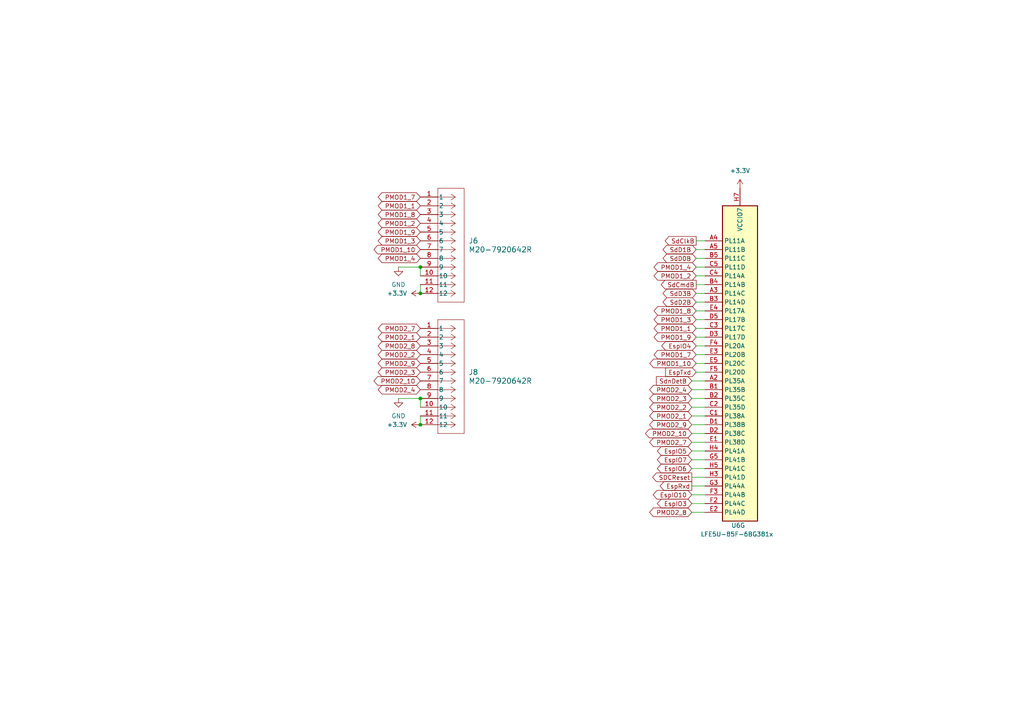
<source format=kicad_sch>
(kicad_sch (version 20230121) (generator eeschema)
  (paper "A4")
  (lib_symbols
    (symbol "FPGA_Lattice:LFE5U-85F-6BG381x"
      (property "Reference" "U" (at 24.13 16.51 0))
      (property "Value" "LFE5U-85F-6BG381x" (at 24.13 13.97 0))
      (symbol "LFE5U-85F-6BG381x_1_1"
        (rectangle (start -25.4 10.16) (end 25.4 -10.16) (stroke (width 0.3048)) (fill (type background)))
        (pin passive line (at 0 -15.24 90) (length 5.08) hide (name "GND") (number "B14"))
        (pin passive line (at 0 -15.24 90) (length 5.08) hide (name "GND") (number "B7"))
        (pin power_in line (at 0 -15.24 90) (length 5.08) (name "GND") (number "C19"))
        (pin passive line (at 0 -15.24 90) (length 5.08) hide (name "GND") (number "D4"))
        (pin passive line (at 0 -15.24 90) (length 5.08) hide (name "GND") (number "F13"))
        (pin passive line (at 0 -15.24 90) (length 5.08) hide (name "GND") (number "F14"))
        (pin passive line (at 12.7 15.24 270) (length 5.08) hide (name "VCCAUX") (number "F15"))
        (pin passive line (at 12.7 15.24 270) (length 5.08) hide (name "VCCAUX") (number "F6"))
        (pin passive line (at 0 -15.24 90) (length 5.08) hide (name "GND") (number "F7"))
        (pin passive line (at 0 -15.24 90) (length 5.08) hide (name "GND") (number "F8"))
        (pin passive line (at 0 -15.24 90) (length 5.08) hide (name "GND") (number "G10"))
        (pin passive line (at 0 -15.24 90) (length 5.08) hide (name "GND") (number "G11"))
        (pin passive line (at 0 -15.24 90) (length 5.08) hide (name "GND") (number "G12"))
        (pin passive line (at 0 -15.24 90) (length 5.08) hide (name "GND") (number "G13"))
        (pin passive line (at 0 -15.24 90) (length 5.08) hide (name "GND") (number "G14"))
        (pin passive line (at 0 -15.24 90) (length 5.08) hide (name "GND") (number "G15"))
        (pin passive line (at 0 -15.24 90) (length 5.08) hide (name "GND") (number "G17"))
        (pin passive line (at 0 -15.24 90) (length 5.08) hide (name "GND") (number "G4"))
        (pin passive line (at 0 -15.24 90) (length 5.08) hide (name "GND") (number "G6"))
        (pin passive line (at 0 -15.24 90) (length 5.08) hide (name "GND") (number "G7"))
        (pin passive line (at 0 -15.24 90) (length 5.08) hide (name "GND") (number "G8"))
        (pin passive line (at 0 -15.24 90) (length 5.08) hide (name "GND") (number "G9"))
        (pin passive line (at 0 15.24 270) (length 5.08) hide (name "VCC") (number "H10"))
        (pin passive line (at 0 15.24 270) (length 5.08) hide (name "VCC") (number "H11"))
        (pin passive line (at 0 15.24 270) (length 5.08) hide (name "VCC") (number "H12"))
        (pin power_in line (at 0 15.24 270) (length 5.08) (name "VCC") (number "H13"))
        (pin passive line (at 0 -15.24 90) (length 5.08) hide (name "GND") (number "H19"))
        (pin passive line (at 0 15.24 270) (length 5.08) hide (name "VCC") (number "H8"))
        (pin passive line (at 0 15.24 270) (length 5.08) hide (name "VCC") (number "H9"))
        (pin passive line (at 0 -15.24 90) (length 5.08) hide (name "GND") (number "J10"))
        (pin passive line (at 0 -15.24 90) (length 5.08) hide (name "GND") (number "J11"))
        (pin passive line (at 0 -15.24 90) (length 5.08) hide (name "GND") (number "J12"))
        (pin passive line (at 0 15.24 270) (length 5.08) hide (name "VCC") (number "J13"))
        (pin passive line (at 0 -15.24 90) (length 5.08) hide (name "GND") (number "J14"))
        (pin passive line (at 0 -15.24 90) (length 5.08) hide (name "GND") (number "J2"))
        (pin passive line (at 0 -15.24 90) (length 5.08) hide (name "GND") (number "J7"))
        (pin passive line (at 0 15.24 270) (length 5.08) hide (name "VCC") (number "J8"))
        (pin passive line (at 0 -15.24 90) (length 5.08) hide (name "GND") (number "J9"))
        (pin passive line (at 0 -15.24 90) (length 5.08) hide (name "GND") (number "K10"))
        (pin passive line (at 0 -15.24 90) (length 5.08) hide (name "GND") (number "K11"))
        (pin passive line (at 0 -15.24 90) (length 5.08) hide (name "GND") (number "K12"))
        (pin passive line (at 0 15.24 270) (length 5.08) hide (name "VCC") (number "K13"))
        (pin passive line (at 0 -15.24 90) (length 5.08) hide (name "GND") (number "K14"))
        (pin passive line (at 0 -15.24 90) (length 5.08) hide (name "GND") (number "K15"))
        (pin passive line (at 0 -15.24 90) (length 5.08) hide (name "GND") (number "K6"))
        (pin passive line (at 0 -15.24 90) (length 5.08) hide (name "GND") (number "K7"))
        (pin passive line (at 0 15.24 270) (length 5.08) hide (name "VCC") (number "K8"))
        (pin passive line (at 0 -15.24 90) (length 5.08) hide (name "GND") (number "K9"))
        (pin passive line (at 0 -15.24 90) (length 5.08) hide (name "GND") (number "L10"))
        (pin passive line (at 0 -15.24 90) (length 5.08) hide (name "GND") (number "L11"))
        (pin passive line (at 0 -15.24 90) (length 5.08) hide (name "GND") (number "L12"))
        (pin passive line (at 0 15.24 270) (length 5.08) hide (name "VCC") (number "L13"))
        (pin passive line (at 0 15.24 270) (length 5.08) hide (name "VCC") (number "L8"))
        (pin passive line (at 0 -15.24 90) (length 5.08) hide (name "GND") (number "L9"))
        (pin passive line (at 0 -15.24 90) (length 5.08) hide (name "GND") (number "M10"))
        (pin passive line (at 0 -15.24 90) (length 5.08) hide (name "GND") (number "M11"))
        (pin passive line (at 0 -15.24 90) (length 5.08) hide (name "GND") (number "M12"))
        (pin passive line (at 0 15.24 270) (length 5.08) hide (name "VCC") (number "M13"))
        (pin passive line (at 0 -15.24 90) (length 5.08) hide (name "GND") (number "M14"))
        (pin passive line (at 0 -15.24 90) (length 5.08) hide (name "GND") (number "M16"))
        (pin passive line (at 0 -15.24 90) (length 5.08) hide (name "GND") (number "M2"))
        (pin passive line (at 0 -15.24 90) (length 5.08) hide (name "GND") (number "M7"))
        (pin passive line (at 0 15.24 270) (length 5.08) hide (name "VCC") (number "M8"))
        (pin passive line (at 0 -15.24 90) (length 5.08) hide (name "GND") (number "M9"))
        (pin passive line (at 0 15.24 270) (length 5.08) hide (name "VCC") (number "N10"))
        (pin passive line (at 0 15.24 270) (length 5.08) hide (name "VCC") (number "N11"))
        (pin passive line (at 0 15.24 270) (length 5.08) hide (name "VCC") (number "N12"))
        (pin passive line (at 0 15.24 270) (length 5.08) hide (name "VCC") (number "N13"))
        (pin passive line (at 0 -15.24 90) (length 5.08) hide (name "GND") (number "N14"))
        (pin passive line (at 0 -15.24 90) (length 5.08) hide (name "GND") (number "N15"))
        (pin passive line (at 0 -15.24 90) (length 5.08) hide (name "GND") (number "N6"))
        (pin passive line (at 0 -15.24 90) (length 5.08) hide (name "GND") (number "N7"))
        (pin passive line (at 0 15.24 270) (length 5.08) hide (name "VCC") (number "N8"))
        (pin passive line (at 0 15.24 270) (length 5.08) hide (name "VCC") (number "N9"))
        (pin passive line (at 0 -15.24 90) (length 5.08) hide (name "GND") (number "P11"))
        (pin passive line (at 0 -15.24 90) (length 5.08) hide (name "GND") (number "P12"))
        (pin passive line (at 0 -15.24 90) (length 5.08) hide (name "GND") (number "P13"))
        (pin passive line (at 0 -15.24 90) (length 5.08) hide (name "GND") (number "P14"))
        (pin power_in line (at 12.7 15.24 270) (length 5.08) (name "VCCAUX") (number "P15"))
        (pin passive line (at 12.7 15.24 270) (length 5.08) hide (name "VCCAUX") (number "P6"))
        (pin passive line (at 0 -15.24 90) (length 5.08) hide (name "GND") (number "P7"))
        (pin passive line (at 0 -15.24 90) (length 5.08) hide (name "GND") (number "P8"))
        (pin passive line (at 0 -15.24 90) (length 5.08) hide (name "GND") (number "R19"))
        (pin passive line (at 0 -15.24 90) (length 5.08) hide (name "GND") (number "T10"))
        (pin passive line (at 0 -15.24 90) (length 5.08) hide (name "GND") (number "T11"))
        (pin passive line (at 0 -15.24 90) (length 5.08) hide (name "GND") (number "T12"))
        (pin passive line (at 0 -15.24 90) (length 5.08) hide (name "GND") (number "T13"))
        (pin passive line (at 0 -15.24 90) (length 5.08) hide (name "GND") (number "T14"))
        (pin passive line (at 0 -15.24 90) (length 5.08) hide (name "GND") (number "T15"))
        (pin passive line (at 0 -15.24 90) (length 5.08) hide (name "GND") (number "T6"))
        (pin passive line (at 0 -15.24 90) (length 5.08) hide (name "GND") (number "T7"))
        (pin passive line (at 0 -15.24 90) (length 5.08) hide (name "GND") (number "T8"))
        (pin passive line (at 0 -15.24 90) (length 5.08) hide (name "GND") (number "T9"))
        (pin passive line (at 0 -15.24 90) (length 5.08) hide (name "GND") (number "U10"))
        (pin passive line (at 0 -15.24 90) (length 5.08) hide (name "GND") (number "U11"))
        (pin passive line (at 0 -15.24 90) (length 5.08) hide (name "GND") (number "U12"))
        (pin passive line (at 0 -15.24 90) (length 5.08) hide (name "GND") (number "U13"))
        (pin passive line (at 0 -15.24 90) (length 5.08) hide (name "GND") (number "U14"))
        (pin passive line (at 0 -15.24 90) (length 5.08) hide (name "GND") (number "U15"))
        (pin passive line (at 0 -15.24 90) (length 5.08) hide (name "GND") (number "U6"))
        (pin passive line (at 0 -15.24 90) (length 5.08) hide (name "GND") (number "U7"))
        (pin passive line (at 0 -15.24 90) (length 5.08) hide (name "GND") (number "U8"))
        (pin passive line (at 0 -15.24 90) (length 5.08) hide (name "GND") (number "U9"))
        (pin passive line (at 0 -15.24 90) (length 5.08) hide (name "GND") (number "V10"))
        (pin passive line (at 0 -15.24 90) (length 5.08) hide (name "GND") (number "V11"))
        (pin passive line (at 0 -15.24 90) (length 5.08) hide (name "GND") (number "V12"))
        (pin passive line (at 0 -15.24 90) (length 5.08) hide (name "GND") (number "V13"))
        (pin passive line (at 0 -15.24 90) (length 5.08) hide (name "GND") (number "V14"))
        (pin passive line (at 0 -15.24 90) (length 5.08) hide (name "GND") (number "V15"))
        (pin passive line (at 0 -15.24 90) (length 5.08) hide (name "GND") (number "V16"))
        (pin passive line (at 0 -15.24 90) (length 5.08) hide (name "GND") (number "V17"))
        (pin passive line (at 0 -15.24 90) (length 5.08) hide (name "GND") (number "V18"))
        (pin passive line (at 0 -15.24 90) (length 5.08) hide (name "GND") (number "V19"))
        (pin passive line (at 0 -15.24 90) (length 5.08) hide (name "GND") (number "V20"))
        (pin passive line (at 0 -15.24 90) (length 5.08) hide (name "GND") (number "V5"))
        (pin passive line (at 0 -15.24 90) (length 5.08) hide (name "GND") (number "V6"))
        (pin passive line (at 0 -15.24 90) (length 5.08) hide (name "GND") (number "V7"))
        (pin passive line (at 0 -15.24 90) (length 5.08) hide (name "GND") (number "V8"))
        (pin passive line (at 0 -15.24 90) (length 5.08) hide (name "GND") (number "V9"))
        (pin passive line (at 0 -15.24 90) (length 5.08) hide (name "GND") (number "W12"))
        (pin no_connect line (at 25.4 -5.08 180) (length 5.08) hide (name "RESERVED") (number "W13"))
        (pin no_connect line (at 25.4 -2.54 180) (length 5.08) hide (name "RESERVED") (number "W14"))
        (pin passive line (at 0 -15.24 90) (length 5.08) hide (name "GND") (number "W15"))
        (pin passive line (at 0 -15.24 90) (length 5.08) hide (name "GND") (number "W16"))
        (pin no_connect line (at 25.4 0 180) (length 5.08) hide (name "RESERVED") (number "W17"))
        (pin no_connect line (at 25.4 2.54 180) (length 5.08) hide (name "RESERVED") (number "W18"))
        (pin passive line (at 0 -15.24 90) (length 5.08) hide (name "GND") (number "W19"))
        (pin passive line (at 0 -15.24 90) (length 5.08) hide (name "GND") (number "W20"))
        (pin no_connect line (at -25.4 2.54 0) (length 5.08) hide (name "RESERVED") (number "W4"))
        (pin no_connect line (at -25.4 0 0) (length 5.08) hide (name "RESERVED") (number "W5"))
        (pin passive line (at 0 -15.24 90) (length 5.08) hide (name "GND") (number "W6"))
        (pin passive line (at 0 -15.24 90) (length 5.08) hide (name "GND") (number "W7"))
        (pin no_connect line (at -25.4 -2.54 0) (length 5.08) hide (name "RESERVED") (number "W8"))
        (pin no_connect line (at -25.4 -5.08 0) (length 5.08) hide (name "RESERVED") (number "W9"))
        (pin passive line (at 0 -15.24 90) (length 5.08) hide (name "GND") (number "Y11"))
        (pin passive line (at 0 -15.24 90) (length 5.08) hide (name "GND") (number "Y12"))
        (pin passive line (at 0 -15.24 90) (length 5.08) hide (name "GND") (number "Y14"))
        (pin passive line (at 0 -15.24 90) (length 5.08) hide (name "GND") (number "Y15"))
        (pin passive line (at 0 -15.24 90) (length 5.08) hide (name "GND") (number "Y16"))
        (pin passive line (at 0 -15.24 90) (length 5.08) hide (name "GND") (number "Y17"))
        (pin passive line (at 0 -15.24 90) (length 5.08) hide (name "GND") (number "Y19"))
        (pin passive line (at 0 -15.24 90) (length 5.08) hide (name "GND") (number "Y5"))
        (pin passive line (at 0 -15.24 90) (length 5.08) hide (name "GND") (number "Y6"))
        (pin passive line (at 0 -15.24 90) (length 5.08) hide (name "GND") (number "Y7"))
        (pin passive line (at 0 -15.24 90) (length 5.08) hide (name "GND") (number "Y8"))
      )
      (symbol "LFE5U-85F-6BG381x_2_1"
        (rectangle (start -5.08 40.64) (end 5.08 -40.64) (stroke (width 0.3048)) (fill (type background)))
        (pin bidirectional line (at -10.16 -27.94 0) (length 5.08) (name "PT63A") (number "A10"))
        (pin bidirectional line (at -10.16 -30.48 0) (length 5.08) (name "PT63B") (number "A11"))
        (pin bidirectional line (at -10.16 30.48 0) (length 5.08) (name "PT4A") (number "A6"))
        (pin bidirectional line (at -10.16 0 0) (length 5.08) (name "PT18A") (number "A7"))
        (pin bidirectional line (at -10.16 -2.54 0) (length 5.08) (name "PT18B") (number "A8"))
        (pin bidirectional line (at -10.16 -22.86 0) (length 5.08) (name "PT60A") (number "A9"))
        (pin bidirectional line (at -10.16 -25.4 0) (length 5.08) (name "PT60B") (number "B10"))
        (pin bidirectional line (at -10.16 -33.02 0) (length 5.08) (name "PT65A") (number "B11"))
        (pin bidirectional line (at -10.16 27.94 0) (length 5.08) (name "PT4B") (number "B6"))
        (pin bidirectional line (at -10.16 2.54 0) (length 5.08) (name "PT15B") (number "B8"))
        (pin bidirectional line (at -10.16 -17.78 0) (length 5.08) (name "PT58A") (number "B9"))
        (pin bidirectional line (at -10.16 -20.32 0) (length 5.08) (name "PT58B") (number "C10"))
        (pin bidirectional line (at -10.16 -35.56 0) (length 5.08) (name "PT65B") (number "C11"))
        (pin bidirectional line (at -10.16 15.24 0) (length 5.08) (name "PT11A") (number "C6"))
        (pin bidirectional line (at -10.16 12.7 0) (length 5.08) (name "PT11B") (number "C7"))
        (pin bidirectional line (at -10.16 5.08 0) (length 5.08) (name "PT15A") (number "C8"))
        (pin bidirectional line (at -10.16 -10.16 0) (length 5.08) (name "PT54A") (number "C9"))
        (pin bidirectional line (at -10.16 -12.7 0) (length 5.08) (name "PT56A") (number "D10"))
        (pin bidirectional line (at -10.16 22.86 0) (length 5.08) (name "PT6B") (number "D6"))
        (pin bidirectional line (at -10.16 17.78 0) (length 5.08) (name "PT9B") (number "D7"))
        (pin bidirectional line (at -10.16 7.62 0) (length 5.08) (name "PT13B") (number "D8"))
        (pin bidirectional line (at -10.16 -5.08 0) (length 5.08) (name "PT20A") (number "D9"))
        (pin bidirectional line (at -10.16 -15.24 0) (length 5.08) (name "PT56B") (number "E10"))
        (pin bidirectional line (at -10.16 25.4 0) (length 5.08) (name "PT6A") (number "E6"))
        (pin bidirectional line (at -10.16 20.32 0) (length 5.08) (name "PT9A") (number "E7"))
        (pin bidirectional line (at -10.16 10.16 0) (length 5.08) (name "PT13A") (number "E8"))
        (pin bidirectional line (at -10.16 -7.62 0) (length 5.08) (name "PT20B") (number "E9"))
        (pin power_in line (at 0 45.72 270) (length 5.08) (name "VCCIO0") (number "F10"))
        (pin passive line (at 0 45.72 270) (length 5.08) hide (name "VCCIO0") (number "F9"))
      )
      (symbol "LFE5U-85F-6BG381x_3_1"
        (rectangle (start -5.08 48.26) (end 5.08 -48.26) (stroke (width 0.3048)) (fill (type background)))
        (pin bidirectional line (at -10.16 22.86 0) (length 5.08) (name "PT76A") (number "A12"))
        (pin bidirectional line (at -10.16 20.32 0) (length 5.08) (name "PT76B") (number "A13"))
        (pin bidirectional line (at -10.16 7.62 0) (length 5.08) (name "PT83A") (number "A14"))
        (pin bidirectional line (at -10.16 -2.54 0) (length 5.08) (name "PT103A") (number "A15"))
        (pin bidirectional line (at -10.16 -15.24 0) (length 5.08) (name "PT110A") (number "A16"))
        (pin bidirectional line (at -10.16 -30.48 0) (length 5.08) (name "PT116A") (number "A17"))
        (pin bidirectional line (at -10.16 -35.56 0) (length 5.08) (name "PT119A") (number "A18"))
        (pin bidirectional line (at -10.16 -40.64 0) (length 5.08) (name "PT121A") (number "A19"))
        (pin bidirectional line (at -10.16 33.02 0) (length 5.08) (name "PT71A") (number "B12"))
        (pin bidirectional line (at -10.16 17.78 0) (length 5.08) (name "PT78A") (number "B13"))
        (pin bidirectional line (at -10.16 -5.08 0) (length 5.08) (name "PT105A") (number "B15"))
        (pin bidirectional line (at -10.16 -17.78 0) (length 5.08) (name "PT110B") (number "B16"))
        (pin bidirectional line (at -10.16 -25.4 0) (length 5.08) (name "PT114A") (number "B17"))
        (pin bidirectional line (at -10.16 -33.02 0) (length 5.08) (name "PT116B") (number "B18"))
        (pin bidirectional line (at -10.16 -38.1 0) (length 5.08) (name "PT119B") (number "B19"))
        (pin bidirectional line (at -10.16 -43.18 0) (length 5.08) (name "PT121B") (number "B20"))
        (pin bidirectional line (at -10.16 30.48 0) (length 5.08) (name "PT71B") (number "C12"))
        (pin bidirectional line (at -10.16 15.24 0) (length 5.08) (name "PT78B") (number "C13"))
        (pin bidirectional line (at -10.16 5.08 0) (length 5.08) (name "PT83B") (number "C14"))
        (pin bidirectional line (at -10.16 -7.62 0) (length 5.08) (name "PT105B") (number "C15"))
        (pin bidirectional line (at -10.16 -20.32 0) (length 5.08) (name "PT112A") (number "C16"))
        (pin bidirectional line (at -10.16 -27.94 0) (length 5.08) (name "PT114B") (number "C17"))
        (pin bidirectional line (at -10.16 38.1 0) (length 5.08) (name "PT69A") (number "D11"))
        (pin bidirectional line (at -10.16 27.94 0) (length 5.08) (name "PT74A") (number "D12"))
        (pin bidirectional line (at -10.16 12.7 0) (length 5.08) (name "PT80A") (number "D13"))
        (pin bidirectional line (at -10.16 2.54 0) (length 5.08) (name "PT85A") (number "D14"))
        (pin bidirectional line (at -10.16 -10.16 0) (length 5.08) (name "PT107A") (number "D15"))
        (pin bidirectional line (at -10.16 -22.86 0) (length 5.08) (name "PT112B") (number "D16"))
        (pin bidirectional line (at -10.16 35.56 0) (length 5.08) (name "PT69B") (number "E11"))
        (pin bidirectional line (at -10.16 25.4 0) (length 5.08) (name "PT74B") (number "E12"))
        (pin bidirectional line (at -10.16 10.16 0) (length 5.08) (name "PT80B") (number "E13"))
        (pin bidirectional line (at -10.16 0 0) (length 5.08) (name "PT85B") (number "E14"))
        (pin bidirectional line (at -10.16 -12.7 0) (length 5.08) (name "PT107B") (number "E15"))
        (pin passive line (at 0 53.34 270) (length 5.08) hide (name "VCCIO1") (number "F11"))
        (pin power_in line (at 0 53.34 270) (length 5.08) (name "VCCIO1") (number "F12"))
      )
      (symbol "LFE5U-85F-6BG381x_4_1"
        (rectangle (start -5.08 48.26) (end 5.08 -48.26) (stroke (width 0.3048)) (fill (type background)))
        (pin bidirectional line (at -10.16 38.1 0) (length 5.08) (name "PR11A") (number "C18"))
        (pin bidirectional line (at -10.16 -7.62 0) (length 5.08) (name "PR35A") (number "C20"))
        (pin bidirectional line (at -10.16 35.56 0) (length 5.08) (name "PR11B") (number "D17"))
        (pin bidirectional line (at -10.16 27.94 0) (length 5.08) (name "PR14A") (number "D18"))
        (pin bidirectional line (at -10.16 -10.16 0) (length 5.08) (name "PR35B") (number "D19"))
        (pin bidirectional line (at -10.16 -12.7 0) (length 5.08) (name "PR35C") (number "D20"))
        (pin bidirectional line (at -10.16 33.02 0) (length 5.08) (name "PR11C") (number "E16"))
        (pin bidirectional line (at -10.16 25.4 0) (length 5.08) (name "PR14B") (number "E17"))
        (pin bidirectional line (at -10.16 22.86 0) (length 5.08) (name "PR14C") (number "E18"))
        (pin bidirectional line (at -10.16 -15.24 0) (length 5.08) (name "PR35D") (number "E19"))
        (pin bidirectional line (at -10.16 -17.78 0) (length 5.08) (name "PR38A") (number "E20"))
        (pin bidirectional line (at -10.16 30.48 0) (length 5.08) (name "PR11D") (number "F16"))
        (pin bidirectional line (at -10.16 17.78 0) (length 5.08) (name "PR17A") (number "F17"))
        (pin bidirectional line (at -10.16 20.32 0) (length 5.08) (name "PR14D") (number "F18"))
        (pin bidirectional line (at -10.16 -20.32 0) (length 5.08) (name "PR38B") (number "F19"))
        (pin bidirectional line (at -10.16 -22.86 0) (length 5.08) (name "PR38C") (number "F20"))
        (pin bidirectional line (at -10.16 12.7 0) (length 5.08) (name "PR17C") (number "G16"))
        (pin bidirectional line (at -10.16 15.24 0) (length 5.08) (name "PR17B") (number "G18"))
        (pin bidirectional line (at -10.16 -27.94 0) (length 5.08) (name "PR41A") (number "G19"))
        (pin bidirectional line (at -10.16 -25.4 0) (length 5.08) (name "PR38D") (number "G20"))
        (pin passive line (at 0 53.34 270) (length 5.08) hide (name "VCCIO2") (number "H14"))
        (pin power_in line (at 0 53.34 270) (length 5.08) (name "VCCIO2") (number "H15"))
        (pin bidirectional line (at -10.16 10.16 0) (length 5.08) (name "PR17D") (number "H16"))
        (pin bidirectional line (at -10.16 5.08 0) (length 5.08) (name "PR20B") (number "H17"))
        (pin bidirectional line (at -10.16 7.62 0) (length 5.08) (name "PR20A") (number "H18"))
        (pin bidirectional line (at -10.16 -30.48 0) (length 5.08) (name "PR41B") (number "H20"))
        (pin passive line (at 0 53.34 270) (length 5.08) hide (name "VCCIO2") (number "J15"))
        (pin bidirectional line (at -10.16 0 0) (length 5.08) (name "PR20D") (number "J16"))
        (pin bidirectional line (at -10.16 2.54 0) (length 5.08) (name "PR20C") (number "J17"))
        (pin bidirectional line (at -10.16 -33.02 0) (length 5.08) (name "PR41C") (number "J18"))
        (pin bidirectional line (at -10.16 -38.1 0) (length 5.08) (name "PR44A") (number "J19"))
        (pin bidirectional line (at -10.16 -43.18 0) (length 5.08) (name "PR44C") (number "J20"))
        (pin bidirectional line (at -10.16 -2.54 0) (length 5.08) (name "PR29A") (number "K16"))
        (pin bidirectional line (at -10.16 -5.08 0) (length 5.08) (name "PR29B") (number "K17"))
        (pin bidirectional line (at -10.16 -35.56 0) (length 5.08) (name "PR41D") (number "K18"))
        (pin bidirectional line (at -10.16 -40.64 0) (length 5.08) (name "PR44B") (number "K19"))
        (pin bidirectional line (at -10.16 -45.72 0) (length 5.08) (name "PR44D") (number "K20"))
      )
      (symbol "LFE5U-85F-6BG381x_5_1"
        (rectangle (start -5.08 48.26) (end 5.08 -48.26) (stroke (width 0.3048)) (fill (type background)))
        (pin passive line (at 0 53.34 270) (length 5.08) hide (name "VCCIO3") (number "L14"))
        (pin power_in line (at 0 53.34 270) (length 5.08) (name "VCCIO3") (number "L15"))
        (pin bidirectional line (at -10.16 27.94 0) (length 5.08) (name "PR50A") (number "L16"))
        (pin bidirectional line (at -10.16 25.4 0) (length 5.08) (name "PR50B") (number "L17"))
        (pin bidirectional line (at -10.16 22.86 0) (length 5.08) (name "PR50C") (number "L18"))
        (pin bidirectional line (at -10.16 33.02 0) (length 5.08) (name "PR47C") (number "L19"))
        (pin bidirectional line (at -10.16 38.1 0) (length 5.08) (name "PR47A") (number "L20"))
        (pin passive line (at 0 53.34 270) (length 5.08) hide (name "VCCIO3") (number "M15"))
        (pin bidirectional line (at -10.16 15.24 0) (length 5.08) (name "PR53B") (number "M17"))
        (pin bidirectional line (at -10.16 20.32 0) (length 5.08) (name "PR50D") (number "M18"))
        (pin bidirectional line (at -10.16 30.48 0) (length 5.08) (name "PR47D") (number "M19"))
        (pin bidirectional line (at -10.16 35.56 0) (length 5.08) (name "PR47B") (number "M20"))
        (pin bidirectional line (at -10.16 17.78 0) (length 5.08) (name "PR53A") (number "N16"))
        (pin bidirectional line (at -10.16 7.62 0) (length 5.08) (name "PR56A") (number "N17"))
        (pin bidirectional line (at -10.16 12.7 0) (length 5.08) (name "PR53C") (number "N18"))
        (pin bidirectional line (at -10.16 -5.08 0) (length 5.08) (name "PR83A") (number "N19"))
        (pin bidirectional line (at -10.16 -7.62 0) (length 5.08) (name "PR83B") (number "N20"))
        (pin bidirectional line (at -10.16 5.08 0) (length 5.08) (name "PR56B") (number "P16"))
        (pin bidirectional line (at -10.16 10.16 0) (length 5.08) (name "PR53D") (number "P17"))
        (pin bidirectional line (at -10.16 -12.7 0) (length 5.08) (name "PR83D") (number "P18"))
        (pin bidirectional line (at -10.16 -10.16 0) (length 5.08) (name "PR83C") (number "P19"))
        (pin bidirectional line (at -10.16 -15.24 0) (length 5.08) (name "PR86A") (number "P20"))
        (pin bidirectional line (at -10.16 2.54 0) (length 5.08) (name "PR56C") (number "R16"))
        (pin bidirectional line (at -10.16 0 0) (length 5.08) (name "PR56D") (number "R17"))
        (pin bidirectional line (at -10.16 -27.94 0) (length 5.08) (name "PR89B") (number "R18"))
        (pin bidirectional line (at -10.16 -17.78 0) (length 5.08) (name "PR86B") (number "R20"))
        (pin bidirectional line (at -10.16 -2.54 0) (length 5.08) (name "PR77A") (number "T16"))
        (pin bidirectional line (at -10.16 -43.18 0) (length 5.08) (name "PR92D") (number "T17"))
        (pin bidirectional line (at -10.16 -33.02 0) (length 5.08) (name "PR89D") (number "T18"))
        (pin bidirectional line (at -10.16 -25.4 0) (length 5.08) (name "PR89A") (number "T19"))
        (pin bidirectional line (at -10.16 -20.32 0) (length 5.08) (name "PR86C") (number "T20"))
        (pin bidirectional line (at -10.16 -40.64 0) (length 5.08) (name "PR92C") (number "U16"))
        (pin bidirectional line (at -10.16 -38.1 0) (length 5.08) (name "PR92B") (number "U17"))
        (pin bidirectional line (at -10.16 -35.56 0) (length 5.08) (name "PR92A") (number "U18"))
        (pin bidirectional line (at -10.16 -30.48 0) (length 5.08) (name "PR89C") (number "U19"))
        (pin bidirectional line (at -10.16 -22.86 0) (length 5.08) (name "PR86D") (number "U20"))
      )
      (symbol "LFE5U-85F-6BG381x_6_1"
        (rectangle (start -5.08 48.26) (end 5.08 -48.26) (stroke (width 0.3048)) (fill (type background)))
        (pin bidirectional line (at -10.16 35.56 0) (length 5.08) (name "PL47B") (number "F1"))
        (pin bidirectional line (at -10.16 30.48 0) (length 5.08) (name "PL47D") (number "G1"))
        (pin bidirectional line (at -10.16 38.1 0) (length 5.08) (name "PL47A") (number "G2"))
        (pin bidirectional line (at -10.16 12.7 0) (length 5.08) (name "PL53C") (number "H1"))
        (pin bidirectional line (at -10.16 33.02 0) (length 5.08) (name "PL47C") (number "H2"))
        (pin bidirectional line (at -10.16 15.24 0) (length 5.08) (name "PL53B") (number "J1"))
        (pin bidirectional line (at -10.16 22.86 0) (length 5.08) (name "PL50C") (number "J3"))
        (pin bidirectional line (at -10.16 27.94 0) (length 5.08) (name "PL50A") (number "J4"))
        (pin bidirectional line (at -10.16 25.4 0) (length 5.08) (name "PL50B") (number "J5"))
        (pin bidirectional line (at -10.16 10.16 0) (length 5.08) (name "PL53D") (number "K1"))
        (pin bidirectional line (at -10.16 17.78 0) (length 5.08) (name "PL53A") (number "K2"))
        (pin bidirectional line (at -10.16 20.32 0) (length 5.08) (name "PL50D") (number "K3"))
        (pin bidirectional line (at -10.16 7.62 0) (length 5.08) (name "PL56A") (number "K4"))
        (pin bidirectional line (at -10.16 5.08 0) (length 5.08) (name "PL56B") (number "K5"))
        (pin bidirectional line (at -10.16 -30.48 0) (length 5.08) (name "PL89C") (number "L1"))
        (pin bidirectional line (at -10.16 -22.86 0) (length 5.08) (name "PL86D") (number "L2"))
        (pin bidirectional line (at -10.16 -20.32 0) (length 5.08) (name "PL86C") (number "L3"))
        (pin bidirectional line (at -10.16 2.54 0) (length 5.08) (name "PL56C") (number "L4"))
        (pin bidirectional line (at -10.16 0 0) (length 5.08) (name "PL56D") (number "L5"))
        (pin passive line (at 0 53.34 270) (length 5.08) hide (name "VCCIO6") (number "L6"))
        (pin power_in line (at 0 53.34 270) (length 5.08) (name "VCCIO6") (number "L7"))
        (pin bidirectional line (at -10.16 -27.94 0) (length 5.08) (name "PL89B") (number "M1"))
        (pin bidirectional line (at -10.16 -17.78 0) (length 5.08) (name "PL86B") (number "M3"))
        (pin bidirectional line (at -10.16 -5.08 0) (length 5.08) (name "PL83A") (number "M4"))
        (pin bidirectional line (at -10.16 -2.54 0) (length 5.08) (name "PL77A") (number "M5"))
        (pin passive line (at 0 53.34 270) (length 5.08) hide (name "VCCIO6") (number "M6"))
        (pin bidirectional line (at -10.16 -33.02 0) (length 5.08) (name "PL89D") (number "N1"))
        (pin bidirectional line (at -10.16 -25.4 0) (length 5.08) (name "PL89A") (number "N2"))
        (pin bidirectional line (at -10.16 -15.24 0) (length 5.08) (name "PL86A") (number "N3"))
        (pin bidirectional line (at -10.16 -10.16 0) (length 5.08) (name "PL83C") (number "N4"))
        (pin bidirectional line (at -10.16 -7.62 0) (length 5.08) (name "PL83B") (number "N5"))
        (pin bidirectional line (at -10.16 -35.56 0) (length 5.08) (name "PL92A") (number "P1"))
        (pin bidirectional line (at -10.16 -38.1 0) (length 5.08) (name "PL92B") (number "P2"))
        (pin bidirectional line (at -10.16 -40.64 0) (length 5.08) (name "PL92C") (number "P3"))
        (pin bidirectional line (at -10.16 -43.18 0) (length 5.08) (name "PL92D") (number "P4"))
        (pin bidirectional line (at -10.16 -12.7 0) (length 5.08) (name "PL83D") (number "P5"))
      )
      (symbol "LFE5U-85F-6BG381x_7_1"
        (rectangle (start -5.08 45.72) (end 5.08 -45.72) (stroke (width 0.3048)) (fill (type background)))
        (pin bidirectional line (at -10.16 -5.08 0) (length 5.08) (name "PL35A") (number "A2"))
        (pin bidirectional line (at -10.16 20.32 0) (length 5.08) (name "PL14C") (number "A3"))
        (pin bidirectional line (at -10.16 35.56 0) (length 5.08) (name "PL11A") (number "A4"))
        (pin bidirectional line (at -10.16 33.02 0) (length 5.08) (name "PL11B") (number "A5"))
        (pin bidirectional line (at -10.16 -7.62 0) (length 5.08) (name "PL35B") (number "B1"))
        (pin bidirectional line (at -10.16 -10.16 0) (length 5.08) (name "PL35C") (number "B2"))
        (pin bidirectional line (at -10.16 17.78 0) (length 5.08) (name "PL14D") (number "B3"))
        (pin bidirectional line (at -10.16 22.86 0) (length 5.08) (name "PL14B") (number "B4"))
        (pin bidirectional line (at -10.16 30.48 0) (length 5.08) (name "PL11C") (number "B5"))
        (pin bidirectional line (at -10.16 -15.24 0) (length 5.08) (name "PL38A") (number "C1"))
        (pin bidirectional line (at -10.16 -12.7 0) (length 5.08) (name "PL35D") (number "C2"))
        (pin bidirectional line (at -10.16 10.16 0) (length 5.08) (name "PL17C") (number "C3"))
        (pin bidirectional line (at -10.16 25.4 0) (length 5.08) (name "PL14A") (number "C4"))
        (pin bidirectional line (at -10.16 27.94 0) (length 5.08) (name "PL11D") (number "C5"))
        (pin bidirectional line (at -10.16 -17.78 0) (length 5.08) (name "PL38B") (number "D1"))
        (pin bidirectional line (at -10.16 -20.32 0) (length 5.08) (name "PL38C") (number "D2"))
        (pin bidirectional line (at -10.16 7.62 0) (length 5.08) (name "PL17D") (number "D3"))
        (pin bidirectional line (at -10.16 12.7 0) (length 5.08) (name "PL17B") (number "D5"))
        (pin bidirectional line (at -10.16 -22.86 0) (length 5.08) (name "PL38D") (number "E1"))
        (pin bidirectional line (at -10.16 -43.18 0) (length 5.08) (name "PL44D") (number "E2"))
        (pin bidirectional line (at -10.16 2.54 0) (length 5.08) (name "PL20B") (number "E3"))
        (pin bidirectional line (at -10.16 15.24 0) (length 5.08) (name "PL17A") (number "E4"))
        (pin bidirectional line (at -10.16 0 0) (length 5.08) (name "PL20C") (number "E5"))
        (pin bidirectional line (at -10.16 -40.64 0) (length 5.08) (name "PL44C") (number "F2"))
        (pin bidirectional line (at -10.16 -38.1 0) (length 5.08) (name "PL44B") (number "F3"))
        (pin bidirectional line (at -10.16 5.08 0) (length 5.08) (name "PL20A") (number "F4"))
        (pin bidirectional line (at -10.16 -2.54 0) (length 5.08) (name "PL20D") (number "F5"))
        (pin bidirectional line (at -10.16 -35.56 0) (length 5.08) (name "PL44A") (number "G3"))
        (pin bidirectional line (at -10.16 -27.94 0) (length 5.08) (name "PL41B") (number "G5"))
        (pin bidirectional line (at -10.16 -33.02 0) (length 5.08) (name "PL41D") (number "H3"))
        (pin bidirectional line (at -10.16 -25.4 0) (length 5.08) (name "PL41A") (number "H4"))
        (pin bidirectional line (at -10.16 -30.48 0) (length 5.08) (name "PL41C") (number "H5"))
        (pin passive line (at 0 50.8 270) (length 5.08) hide (name "VCCIO7") (number "H6"))
        (pin power_in line (at 0 50.8 270) (length 5.08) (name "VCCIO7") (number "H7"))
        (pin passive line (at 0 50.8 270) (length 5.08) hide (name "VCCIO7") (number "J6"))
      )
      (symbol "LFE5U-85F-6BG381x_8_1"
        (rectangle (start -5.08 22.86) (end 5.08 -22.86) (stroke (width 0.3048)) (fill (type background)))
        (pin power_in line (at 0 27.94 270) (length 5.08) (name "VCCIO8") (number "P10"))
        (pin passive line (at 0 27.94 270) (length 5.08) hide (name "VCCIO8") (number "P9"))
        (pin bidirectional line (at -10.16 12.7 0) (length 5.08) (name "PB4A") (number "R1"))
        (pin bidirectional line (at -10.16 -12.7 0) (length 5.08) (name "PB15A") (number "R2"))
        (pin bidirectional line (at -10.16 -15.24 0) (length 5.08) (name "PB15B") (number "R3"))
        (pin bidirectional line (at -10.16 10.16 0) (length 5.08) (name "PB4B") (number "T1"))
        (pin bidirectional line (at -10.16 -7.62 0) (length 5.08) (name "PB13A") (number "T2"))
        (pin bidirectional line (at -10.16 -17.78 0) (length 5.08) (name "PB18A") (number "T3"))
        (pin bidirectional line (at -10.16 7.62 0) (length 5.08) (name "PB6A") (number "U1"))
        (pin bidirectional line (at -10.16 -10.16 0) (length 5.08) (name "PB13B") (number "U2"))
        (pin bidirectional line (at -10.16 5.08 0) (length 5.08) (name "PB6B") (number "V1"))
        (pin bidirectional line (at -10.16 -2.54 0) (length 5.08) (name "PB11A") (number "V2"))
        (pin bidirectional line (at -10.16 2.54 0) (length 5.08) (name "PB9A") (number "W1"))
        (pin bidirectional line (at -10.16 -5.08 0) (length 5.08) (name "PB11B") (number "W2"))
        (pin bidirectional line (at -10.16 0 0) (length 5.08) (name "PB9B") (number "Y2"))
      )
      (symbol "LFE5U-85F-6BG381x_9_1"
        (rectangle (start -10.16 12.7) (end 10.16 -12.7) (stroke (width 0.3048)) (fill (type background)))
        (pin input line (at -15.24 -10.16 0) (length 5.08) (name "CFG_2") (number "R4"))
        (pin input line (at 15.24 5.08 180) (length 5.08) (name "TDI") (number "R5"))
        (pin input line (at -15.24 -7.62 0) (length 5.08) (name "CFG_1") (number "T4"))
        (pin input line (at 15.24 7.62 180) (length 5.08) (name "TCK") (number "T5"))
        (pin bidirectional line (at -15.24 10.16 0) (length 5.08) (name "CCLK") (number "U3"))
        (pin input line (at -15.24 -5.08 0) (length 5.08) (name "CFG_0") (number "U4"))
        (pin input line (at 15.24 2.54 180) (length 5.08) (name "TMS") (number "U5"))
        (pin open_collector line (at -15.24 2.54 0) (length 5.08) (name "~{INIT}") (number "V3"))
        (pin output line (at 15.24 10.16 180) (length 5.08) (name "TDO") (number "V4"))
        (pin no_connect line (at 10.16 -2.54 180) (length 5.08) hide (name "RESERVED") (number "W10"))
        (pin no_connect line (at 10.16 -5.08 180) (length 5.08) hide (name "RESERVED") (number "W11"))
        (pin input line (at -15.24 5.08 0) (length 5.08) (name "~{PROGRAM}") (number "W3"))
        (pin open_collector line (at -15.24 0 0) (length 5.08) (name "DONE") (number "Y3"))
      )
    )
    (symbol "gecko5education:M20-7920642R" (pin_names (offset 0.254))
      (property "Reference" "J" (at 8.89 6.35 0))
      (property "Value" "M20-7920642R" (at 0 0 0))
      (symbol "M20-7920642R_1_1"
        (polyline (pts (xy 5.08 -30.48) (xy 12.7 -30.48)) (stroke (width 0.127)))
        (polyline (pts (xy 5.08 2.54) (xy 5.08 -30.48)) (stroke (width 0.127)))
        (polyline (pts (xy 10.16 -27.94) (xy 5.08 -27.94)) (stroke (width 0.127)))
        (polyline (pts (xy 10.16 -27.94) (xy 8.89 -28.7867)) (stroke (width 0.127)))
        (polyline (pts (xy 10.16 -27.94) (xy 8.89 -27.0933)) (stroke (width 0.127)))
        (polyline (pts (xy 10.16 -25.4) (xy 5.08 -25.4)) (stroke (width 0.127)))
        (polyline (pts (xy 10.16 -25.4) (xy 8.89 -26.2467)) (stroke (width 0.127)))
        (polyline (pts (xy 10.16 -25.4) (xy 8.89 -24.5533)) (stroke (width 0.127)))
        (polyline (pts (xy 10.16 -22.86) (xy 5.08 -22.86)) (stroke (width 0.127)))
        (polyline (pts (xy 10.16 -22.86) (xy 8.89 -23.7067)) (stroke (width 0.127)))
        (polyline (pts (xy 10.16 -22.86) (xy 8.89 -22.0133)) (stroke (width 0.127)))
        (polyline (pts (xy 10.16 -20.32) (xy 5.08 -20.32)) (stroke (width 0.127)))
        (polyline (pts (xy 10.16 -20.32) (xy 8.89 -21.1667)) (stroke (width 0.127)))
        (polyline (pts (xy 10.16 -20.32) (xy 8.89 -19.4733)) (stroke (width 0.127)))
        (polyline (pts (xy 10.16 -17.78) (xy 5.08 -17.78)) (stroke (width 0.127)))
        (polyline (pts (xy 10.16 -17.78) (xy 8.89 -18.6267)) (stroke (width 0.127)))
        (polyline (pts (xy 10.16 -17.78) (xy 8.89 -16.9333)) (stroke (width 0.127)))
        (polyline (pts (xy 10.16 -15.24) (xy 5.08 -15.24)) (stroke (width 0.127)))
        (polyline (pts (xy 10.16 -15.24) (xy 8.89 -16.0867)) (stroke (width 0.127)))
        (polyline (pts (xy 10.16 -15.24) (xy 8.89 -14.3933)) (stroke (width 0.127)))
        (polyline (pts (xy 10.16 -12.7) (xy 5.08 -12.7)) (stroke (width 0.127)))
        (polyline (pts (xy 10.16 -12.7) (xy 8.89 -13.5467)) (stroke (width 0.127)))
        (polyline (pts (xy 10.16 -12.7) (xy 8.89 -11.8533)) (stroke (width 0.127)))
        (polyline (pts (xy 10.16 -10.16) (xy 5.08 -10.16)) (stroke (width 0.127)))
        (polyline (pts (xy 10.16 -10.16) (xy 8.89 -11.0067)) (stroke (width 0.127)))
        (polyline (pts (xy 10.16 -10.16) (xy 8.89 -9.3133)) (stroke (width 0.127)))
        (polyline (pts (xy 10.16 -7.62) (xy 5.08 -7.62)) (stroke (width 0.127)))
        (polyline (pts (xy 10.16 -7.62) (xy 8.89 -8.4667)) (stroke (width 0.127)))
        (polyline (pts (xy 10.16 -7.62) (xy 8.89 -6.7733)) (stroke (width 0.127)))
        (polyline (pts (xy 10.16 -5.08) (xy 5.08 -5.08)) (stroke (width 0.127)))
        (polyline (pts (xy 10.16 -5.08) (xy 8.89 -5.9267)) (stroke (width 0.127)))
        (polyline (pts (xy 10.16 -5.08) (xy 8.89 -4.2333)) (stroke (width 0.127)))
        (polyline (pts (xy 10.16 -2.54) (xy 5.08 -2.54)) (stroke (width 0.127)))
        (polyline (pts (xy 10.16 -2.54) (xy 8.89 -3.3867)) (stroke (width 0.127)))
        (polyline (pts (xy 10.16 -2.54) (xy 8.89 -1.6933)) (stroke (width 0.127)))
        (polyline (pts (xy 10.16 0) (xy 5.08 0)) (stroke (width 0.127)))
        (polyline (pts (xy 10.16 0) (xy 8.89 -0.8467)) (stroke (width 0.127)))
        (polyline (pts (xy 10.16 0) (xy 8.89 0.8467)) (stroke (width 0.127)))
        (polyline (pts (xy 12.7 -30.48) (xy 12.7 2.54)) (stroke (width 0.127)))
        (polyline (pts (xy 12.7 2.54) (xy 5.08 2.54)) (stroke (width 0.127)))
        (pin unspecified line (at 0 0 0) (length 5.08) (name "1") (number "1"))
        (pin unspecified line (at 0 -22.86 0) (length 5.08) (name "10") (number "10"))
        (pin unspecified line (at 0 -25.4 0) (length 5.08) (name "11") (number "11"))
        (pin unspecified line (at 0 -27.94 0) (length 5.08) (name "12") (number "12"))
        (pin unspecified line (at 0 -2.54 0) (length 5.08) (name "2") (number "2"))
        (pin unspecified line (at 0 -5.08 0) (length 5.08) (name "3") (number "3"))
        (pin unspecified line (at 0 -7.62 0) (length 5.08) (name "4") (number "4"))
        (pin unspecified line (at 0 -10.16 0) (length 5.08) (name "5") (number "5"))
        (pin unspecified line (at 0 -12.7 0) (length 5.08) (name "6") (number "6"))
        (pin unspecified line (at 0 -15.24 0) (length 5.08) (name "7") (number "7"))
        (pin unspecified line (at 0 -17.78 0) (length 5.08) (name "8") (number "8"))
        (pin unspecified line (at 0 -20.32 0) (length 5.08) (name "9") (number "9"))
      )
      (symbol "M20-7920642R_1_2"
        (polyline (pts (xy 5.08 -30.48) (xy 12.7 -30.48)) (stroke (width 0.127)))
        (polyline (pts (xy 5.08 2.54) (xy 5.08 -30.48)) (stroke (width 0.127)))
        (polyline (pts (xy 7.62 -27.94) (xy 5.08 -27.94)) (stroke (width 0.127)))
        (polyline (pts (xy 7.62 -27.94) (xy 8.89 -28.7867)) (stroke (width 0.127)))
        (polyline (pts (xy 7.62 -27.94) (xy 8.89 -27.0933)) (stroke (width 0.127)))
        (polyline (pts (xy 7.62 -25.4) (xy 5.08 -25.4)) (stroke (width 0.127)))
        (polyline (pts (xy 7.62 -25.4) (xy 8.89 -26.2467)) (stroke (width 0.127)))
        (polyline (pts (xy 7.62 -25.4) (xy 8.89 -24.5533)) (stroke (width 0.127)))
        (polyline (pts (xy 7.62 -22.86) (xy 5.08 -22.86)) (stroke (width 0.127)))
        (polyline (pts (xy 7.62 -22.86) (xy 8.89 -23.7067)) (stroke (width 0.127)))
        (polyline (pts (xy 7.62 -22.86) (xy 8.89 -22.0133)) (stroke (width 0.127)))
        (polyline (pts (xy 7.62 -20.32) (xy 5.08 -20.32)) (stroke (width 0.127)))
        (polyline (pts (xy 7.62 -20.32) (xy 8.89 -21.1667)) (stroke (width 0.127)))
        (polyline (pts (xy 7.62 -20.32) (xy 8.89 -19.4733)) (stroke (width 0.127)))
        (polyline (pts (xy 7.62 -17.78) (xy 5.08 -17.78)) (stroke (width 0.127)))
        (polyline (pts (xy 7.62 -17.78) (xy 8.89 -18.6267)) (stroke (width 0.127)))
        (polyline (pts (xy 7.62 -17.78) (xy 8.89 -16.9333)) (stroke (width 0.127)))
        (polyline (pts (xy 7.62 -15.24) (xy 5.08 -15.24)) (stroke (width 0.127)))
        (polyline (pts (xy 7.62 -15.24) (xy 8.89 -16.0867)) (stroke (width 0.127)))
        (polyline (pts (xy 7.62 -15.24) (xy 8.89 -14.3933)) (stroke (width 0.127)))
        (polyline (pts (xy 7.62 -12.7) (xy 5.08 -12.7)) (stroke (width 0.127)))
        (polyline (pts (xy 7.62 -12.7) (xy 8.89 -13.5467)) (stroke (width 0.127)))
        (polyline (pts (xy 7.62 -12.7) (xy 8.89 -11.8533)) (stroke (width 0.127)))
        (polyline (pts (xy 7.62 -10.16) (xy 5.08 -10.16)) (stroke (width 0.127)))
        (polyline (pts (xy 7.62 -10.16) (xy 8.89 -11.0067)) (stroke (width 0.127)))
        (polyline (pts (xy 7.62 -10.16) (xy 8.89 -9.3133)) (stroke (width 0.127)))
        (polyline (pts (xy 7.62 -7.62) (xy 5.08 -7.62)) (stroke (width 0.127)))
        (polyline (pts (xy 7.62 -7.62) (xy 8.89 -8.4667)) (stroke (width 0.127)))
        (polyline (pts (xy 7.62 -7.62) (xy 8.89 -6.7733)) (stroke (width 0.127)))
        (polyline (pts (xy 7.62 -5.08) (xy 5.08 -5.08)) (stroke (width 0.127)))
        (polyline (pts (xy 7.62 -5.08) (xy 8.89 -5.9267)) (stroke (width 0.127)))
        (polyline (pts (xy 7.62 -5.08) (xy 8.89 -4.2333)) (stroke (width 0.127)))
        (polyline (pts (xy 7.62 -2.54) (xy 5.08 -2.54)) (stroke (width 0.127)))
        (polyline (pts (xy 7.62 -2.54) (xy 8.89 -3.3867)) (stroke (width 0.127)))
        (polyline (pts (xy 7.62 -2.54) (xy 8.89 -1.6933)) (stroke (width 0.127)))
        (polyline (pts (xy 7.62 0) (xy 5.08 0)) (stroke (width 0.127)))
        (polyline (pts (xy 7.62 0) (xy 8.89 -0.8467)) (stroke (width 0.127)))
        (polyline (pts (xy 7.62 0) (xy 8.89 0.8467)) (stroke (width 0.127)))
        (polyline (pts (xy 12.7 -30.48) (xy 12.7 2.54)) (stroke (width 0.127)))
        (polyline (pts (xy 12.7 2.54) (xy 5.08 2.54)) (stroke (width 0.127)))
        (pin unspecified line (at 0 0 0) (length 5.08) (name "1") (number "1"))
        (pin unspecified line (at 0 -22.86 0) (length 5.08) (name "10") (number "10"))
        (pin unspecified line (at 0 -25.4 0) (length 5.08) (name "11") (number "11"))
        (pin unspecified line (at 0 -27.94 0) (length 5.08) (name "12") (number "12"))
        (pin unspecified line (at 0 -2.54 0) (length 5.08) (name "2") (number "2"))
        (pin unspecified line (at 0 -5.08 0) (length 5.08) (name "3") (number "3"))
        (pin unspecified line (at 0 -7.62 0) (length 5.08) (name "4") (number "4"))
        (pin unspecified line (at 0 -10.16 0) (length 5.08) (name "5") (number "5"))
        (pin unspecified line (at 0 -12.7 0) (length 5.08) (name "6") (number "6"))
        (pin unspecified line (at 0 -15.24 0) (length 5.08) (name "7") (number "7"))
        (pin unspecified line (at 0 -17.78 0) (length 5.08) (name "8") (number "8"))
        (pin unspecified line (at 0 -20.32 0) (length 5.08) (name "9") (number "9"))
      )
    )
    (symbol "power:+3.3V" (power) (pin_names (offset 0))
      (property "Value" "+3.3V" (at 0 3.556 0))
      (symbol "+3.3V_0_1"
        (polyline (pts (xy -0.762 1.27) (xy 0 2.54)))
        (polyline (pts (xy 0 0) (xy 0 2.54)))
        (polyline (pts (xy 0 2.54) (xy 0.762 1.27)))
      )
      (symbol "+3.3V_1_1"
        (pin power_in line (at 0 0 90) (length 0) hide (name "+3.3V") (number "1"))
      )
    )
    (symbol "power:GND" (power) (pin_names (offset 0))
      (property "Value" "GND" (at 0 -3.81 0))
      (symbol "GND_0_1"
        (polyline (pts (xy 0 0) (xy 0 -1.27) (xy 1.27 -1.27) (xy 0 -2.54) (xy -1.27 -1.27) (xy 0 -1.27)))
      )
      (symbol "GND_1_1"
        (pin power_in line (at 0 0 270) (length 0) hide (name "GND") (number "1"))
      )
    )
  )
  (junction (at 121.92 85.09))
  (junction (at 121.92 123.19))
  (junction (at 121.92 115.57))
  (junction (at 121.92 77.47))
  (wire (pts (xy 121.92 77.47) (xy 121.92 80.01)))
  (wire (pts (xy 200.66 133.35) (xy 204.47 133.35)))
  (wire (pts (xy 201.93 92.71) (xy 204.47 92.71)))
  (wire (pts (xy 201.93 100.33) (xy 204.47 100.33)))
  (wire (pts (xy 121.92 120.65) (xy 121.92 123.19)))
  (wire (pts (xy 201.93 74.93) (xy 204.47 74.93)))
  (wire (pts (xy 200.66 148.59) (xy 204.47 148.59)))
  (wire (pts (xy 201.93 95.25) (xy 204.47 95.25)))
  (wire (pts (xy 115.57 115.57) (xy 121.92 115.57)))
  (wire (pts (xy 200.66 113.03) (xy 204.47 113.03)))
  (wire (pts (xy 200.66 110.49) (xy 204.47 110.49)))
  (wire (pts (xy 201.93 107.95) (xy 204.47 107.95)))
  (wire (pts (xy 201.93 90.17) (xy 204.47 90.17)))
  (wire (pts (xy 201.93 69.85) (xy 204.47 69.85)))
  (wire (pts (xy 200.66 138.43) (xy 204.47 138.43)))
  (wire (pts (xy 200.66 135.89) (xy 204.47 135.89)))
  (wire (pts (xy 201.93 77.47) (xy 204.47 77.47)))
  (wire (pts (xy 121.92 115.57) (xy 121.92 118.11)))
  (wire (pts (xy 200.66 146.05) (xy 204.47 146.05)))
  (wire (pts (xy 201.93 85.09) (xy 204.47 85.09)))
  (wire (pts (xy 200.66 128.27) (xy 204.47 128.27)))
  (wire (pts (xy 201.93 97.79) (xy 204.47 97.79)))
  (wire (pts (xy 121.92 82.55) (xy 121.92 85.09)))
  (wire (pts (xy 200.66 120.65) (xy 204.47 120.65)))
  (wire (pts (xy 200.66 115.57) (xy 204.47 115.57)))
  (wire (pts (xy 201.93 87.63) (xy 204.47 87.63)))
  (wire (pts (xy 200.66 140.97) (xy 204.47 140.97)))
  (wire (pts (xy 201.93 72.39) (xy 204.47 72.39)))
  (wire (pts (xy 115.57 77.47) (xy 121.92 77.47)))
  (wire (pts (xy 204.47 143.51) (xy 200.66 143.51)))
  (wire (pts (xy 201.93 82.55) (xy 204.47 82.55)))
  (wire (pts (xy 201.93 80.01) (xy 204.47 80.01)))
  (wire (pts (xy 200.66 125.73) (xy 204.47 125.73)))
  (wire (pts (xy 201.93 105.41) (xy 204.47 105.41)))
  (wire (pts (xy 200.66 118.11) (xy 204.47 118.11)))
  (wire (pts (xy 200.66 130.81) (xy 204.47 130.81)))
  (wire (pts (xy 201.93 102.87) (xy 204.47 102.87)))
  (wire (pts (xy 200.66 123.19) (xy 204.47 123.19)))
  (global_label "PMOD1_3" (shape bidirectional) (at 121.92 69.85 180) (property "Intersheetrefs" "${INTERSHEET_REFS}" (effects hide)))
  (global_label "PMOD1_9" (shape bidirectional) (at 201.93 97.79 180) (property "Intersheetrefs" "${INTERSHEET_REFS}" (effects hide)))
  (global_label "PMOD2_9" (shape bidirectional) (at 121.92 105.41 180) (property "Intersheetrefs" "${INTERSHEET_REFS}" (effects hide)))
  (global_label "PMOD2_7" (shape bidirectional) (at 121.92 95.25 180) (property "Intersheetrefs" "${INTERSHEET_REFS}" (effects hide)))
  (global_label "EspRxd" (shape output) (at 200.66 140.97 180) (property "Intersheetrefs" "${INTERSHEET_REFS}" (effects hide)))
  (global_label "PMOD2_10" (shape bidirectional) (at 200.66 125.73 180) (property "Intersheetrefs" "${INTERSHEET_REFS}" (effects hide)))
  (global_label "SdD1B" (shape bidirectional) (at 201.93 72.39 180) (property "Intersheetrefs" "${INTERSHEET_REFS}" (effects hide)))
  (global_label "EspIO6" (shape bidirectional) (at 200.66 135.89 180) (property "Intersheetrefs" "${INTERSHEET_REFS}" (effects hide)))
  (global_label "PMOD1_4" (shape bidirectional) (at 201.93 77.47 180) (property "Intersheetrefs" "${INTERSHEET_REFS}" (effects hide)))
  (global_label "EspIO3" (shape bidirectional) (at 200.66 146.05 180) (property "Intersheetrefs" "${INTERSHEET_REFS}" (effects hide)))
  (global_label "SDCReset" (shape output) (at 200.66 138.43 180) (property "Intersheetrefs" "${INTERSHEET_REFS}" (effects hide)))
  (global_label "PMOD2_1" (shape bidirectional) (at 121.92 97.79 180) (property "Intersheetrefs" "${INTERSHEET_REFS}" (effects hide)))
  (global_label "PMOD1_1" (shape bidirectional) (at 121.92 59.69 180) (property "Intersheetrefs" "${INTERSHEET_REFS}" (effects hide)))
  (global_label "SdD0B" (shape bidirectional) (at 201.93 74.93 180) (property "Intersheetrefs" "${INTERSHEET_REFS}" (effects hide)))
  (global_label "PMOD2_4" (shape bidirectional) (at 121.92 113.03 180) (property "Intersheetrefs" "${INTERSHEET_REFS}" (effects hide)))
  (global_label "PMOD1_1" (shape bidirectional) (at 201.93 95.25 180) (property "Intersheetrefs" "${INTERSHEET_REFS}" (effects hide)))
  (global_label "PMOD1_10" (shape bidirectional) (at 201.93 105.41 180) (property "Intersheetrefs" "${INTERSHEET_REFS}" (effects hide)))
  (global_label "PMOD2_8" (shape bidirectional) (at 121.92 100.33 180) (property "Intersheetrefs" "${INTERSHEET_REFS}" (effects hide)))
  (global_label "PMOD1_3" (shape bidirectional) (at 201.93 92.71 180) (property "Intersheetrefs" "${INTERSHEET_REFS}" (effects hide)))
  (global_label "SdD3B" (shape bidirectional) (at 201.93 85.09 180) (property "Intersheetrefs" "${INTERSHEET_REFS}" (effects hide)))
  (global_label "SdClkB" (shape output) (at 201.93 69.85 180) (property "Intersheetrefs" "${INTERSHEET_REFS}" (effects hide)))
  (global_label "PMOD2_4" (shape bidirectional) (at 200.66 113.03 180) (property "Intersheetrefs" "${INTERSHEET_REFS}" (effects hide)))
  (global_label "PMOD1_2" (shape bidirectional) (at 121.92 64.77 180) (property "Intersheetrefs" "${INTERSHEET_REFS}" (effects hide)))
  (global_label "PMOD1_7" (shape bidirectional) (at 121.92 57.15 180) (property "Intersheetrefs" "${INTERSHEET_REFS}" (effects hide)))
  (global_label "EspTxd" (shape input) (at 201.93 107.95 180) (property "Intersheetrefs" "${INTERSHEET_REFS}" (effects hide)))
  (global_label "EspIO4" (shape bidirectional) (at 201.93 100.33 180) (property "Intersheetrefs" "${INTERSHEET_REFS}" (effects hide)))
  (global_label "SdnDetB" (shape input) (at 200.66 110.49 180) (property "Intersheetrefs" "${INTERSHEET_REFS}" (effects hide)))
  (global_label "EspIO5" (shape bidirectional) (at 200.66 130.81 180) (property "Intersheetrefs" "${INTERSHEET_REFS}" (effects hide)))
  (global_label "PMOD1_8" (shape bidirectional) (at 201.93 90.17 180) (property "Intersheetrefs" "${INTERSHEET_REFS}" (effects hide)))
  (global_label "PMOD2_8" (shape bidirectional) (at 200.66 148.59 180) (property "Intersheetrefs" "${INTERSHEET_REFS}" (effects hide)))
  (global_label "PMOD1_4" (shape bidirectional) (at 121.92 74.93 180) (property "Intersheetrefs" "${INTERSHEET_REFS}" (effects hide)))
  (global_label "SdD2B" (shape bidirectional) (at 201.93 87.63 180) (property "Intersheetrefs" "${INTERSHEET_REFS}" (effects hide)))
  (global_label "PMOD1_8" (shape bidirectional) (at 121.92 62.23 180) (property "Intersheetrefs" "${INTERSHEET_REFS}" (effects hide)))
  (global_label "PMOD2_9" (shape bidirectional) (at 200.66 123.19 180) (property "Intersheetrefs" "${INTERSHEET_REFS}" (effects hide)))
  (global_label "PMOD1_7" (shape bidirectional) (at 201.93 102.87 180) (property "Intersheetrefs" "${INTERSHEET_REFS}" (effects hide)))
  (global_label "EspIO10" (shape bidirectional) (at 200.66 143.51 180) (property "Intersheetrefs" "${INTERSHEET_REFS}" (effects hide)))
  (global_label "PMOD2_3" (shape bidirectional) (at 121.92 107.95 180) (property "Intersheetrefs" "${INTERSHEET_REFS}" (effects hide)))
  (global_label "PMOD1_10" (shape bidirectional) (at 121.92 72.39 180) (property "Intersheetrefs" "${INTERSHEET_REFS}" (effects hide)))
  (global_label "PMOD1_2" (shape bidirectional) (at 201.93 80.01 180) (property "Intersheetrefs" "${INTERSHEET_REFS}" (effects hide)))
  (global_label "PMOD2_7" (shape bidirectional) (at 200.66 128.27 180) (property "Intersheetrefs" "${INTERSHEET_REFS}" (effects hide)))
  (global_label "PMOD1_9" (shape bidirectional) (at 121.92 67.31 180) (property "Intersheetrefs" "${INTERSHEET_REFS}" (effects hide)))
  (global_label "PMOD2_2" (shape bidirectional) (at 200.66 118.11 180) (property "Intersheetrefs" "${INTERSHEET_REFS}" (effects hide)))
  (global_label "PMOD2_1" (shape bidirectional) (at 200.66 120.65 180) (property "Intersheetrefs" "${INTERSHEET_REFS}" (effects hide)))
  (global_label "SdCmdB" (shape output) (at 201.93 82.55 180) (property "Intersheetrefs" "${INTERSHEET_REFS}" (effects hide)))
  (global_label "PMOD2_2" (shape bidirectional) (at 121.92 102.87 180) (property "Intersheetrefs" "${INTERSHEET_REFS}" (effects hide)))
  (global_label "PMOD2_10" (shape bidirectional) (at 121.92 110.49 180) (property "Intersheetrefs" "${INTERSHEET_REFS}" (effects hide)))
  (global_label "EspIO7" (shape bidirectional) (at 200.66 133.35 180) (property "Intersheetrefs" "${INTERSHEET_REFS}" (effects hide)))
  (global_label "PMOD2_3" (shape bidirectional) (at 200.66 115.57 180) (property "Intersheetrefs" "${INTERSHEET_REFS}" (effects hide)))
  (symbol (lib_id "power:GND") (at 115.57 115.57 0) (unit 1)
    (property "Reference" "#PWR0144" (effects hide))
    (property "Value" "GND" (at 115.57 120.65 0))
  )
  (symbol (lib_id "power:+3.3V") (at 121.92 123.19 90) (unit 1)
    (property "Reference" "#PWR0145" (effects hide))
    (property "Value" "+3.3V" (at 118.11 123.19 90) (effects (justify left)))
  )
  (symbol (lib_id "power:+3.3V") (at 121.92 85.09 90) (unit 1)
    (property "Reference" "#PWR0142" (effects hide))
    (property "Value" "+3.3V" (at 118.11 85.09 90) (effects (justify left)))
  )
  (symbol (lib_id "gecko5education:M20-7920642R") (at 121.92 57.15 0) (unit 1)
    (property "Reference" "J6" (at 135.89 69.85 0) (effects (font (size 1.524 1.524)) (justify left)))
    (property "Value" "M20-7920642R" (at 135.89 72.39 0) (effects (font (size 1.524 1.524)) (justify left)))
    (property "Footprint" "gecko4education:CONN_M20-7920642R_HRW" (effects hide))
    (property "Datasheet" "M20-7920642R" (effects hide))
  )
  (symbol (lib_id "gecko5education:M20-7920642R") (at 121.92 95.25 0) (unit 1)
    (property "Reference" "J8" (at 135.89 107.95 0) (effects (font (size 1.524 1.524)) (justify left)))
    (property "Value" "M20-7920642R" (at 135.89 110.49 0) (effects (font (size 1.524 1.524)) (justify left)))
    (property "Footprint" "gecko4education:CONN_M20-7920642R_HRW" (effects hide))
    (property "Datasheet" "M20-7920642R" (effects hide))
  )
  (symbol (lib_id "power:GND") (at 115.57 77.47 0) (unit 1)
    (property "Reference" "#PWR0143" (effects hide))
    (property "Value" "GND" (at 115.57 82.55 0))
  )
  (symbol (lib_id "FPGA_Lattice:LFE5U-85F-6BG381x") (at 214.63 105.41 0) (unit 7)
    (property "Reference" "U6" (at 212.09 152.4 0) (effects (justify left)))
    (property "Value" "LFE5U-85F-6BG381x" (at 203.2 154.94 0) (effects (justify left)))
    (property "Footprint" "Package_BGA:Lattice_caBGA-381_17.0x17.0mm_Layout20x20_P0.8mm_Ball0.4mm_Pad0.4mm_NSMD" (effects hide))
    (property "Datasheet" "https://www.latticesemi.com/view_document?document_id=50461" (effects hide))
  )
  (symbol (lib_id "power:+3.3V") (at 214.63 54.61 0) (unit 1)
    (property "Reference" "#PWR055" (effects hide))
    (property "Value" "+3.3V" (at 214.63 49.53 0))
  )
)
</source>
